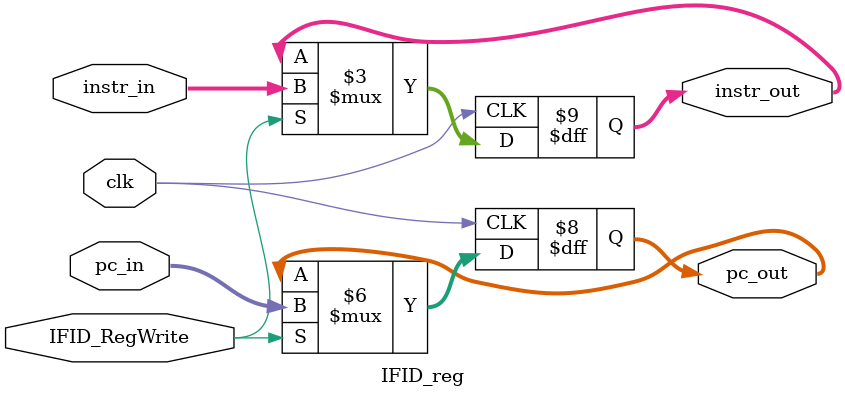
<source format=v>
module IFID_reg(
    input clk,
    input IFID_RegWrite,
    input [31:0] pc_in,
    input [31:0] instr_in,
    output reg[31:0] pc_out,
    output reg[31:0] instr_out
);
    
    always@(posedge clk)begin
        if(IFID_RegWrite)begin
            pc_out = pc_in;
            instr_out = instr_in;
        end
    end

endmodule
</source>
